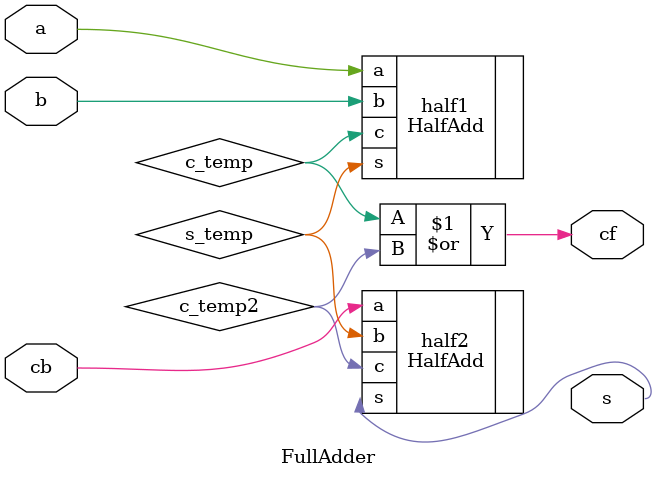
<source format=v>
`timescale 1ns / 1ps


module FullAdder(a,b,cb,s,cf);
 // cb -> carry before 
 // cf -> carry after
input a,b,cb;
output s,cf;
 wire s_temp,c_temp,c_temp2;
 HalfAdd half1(.a(a),.b(b),.s(s_temp),.c(c_temp));
 HalfAdd half2(.a(cb),.b(s_temp),.s(s),.c(c_temp2));
 assign cf = c_temp|c_temp2;
endmodule

</source>
